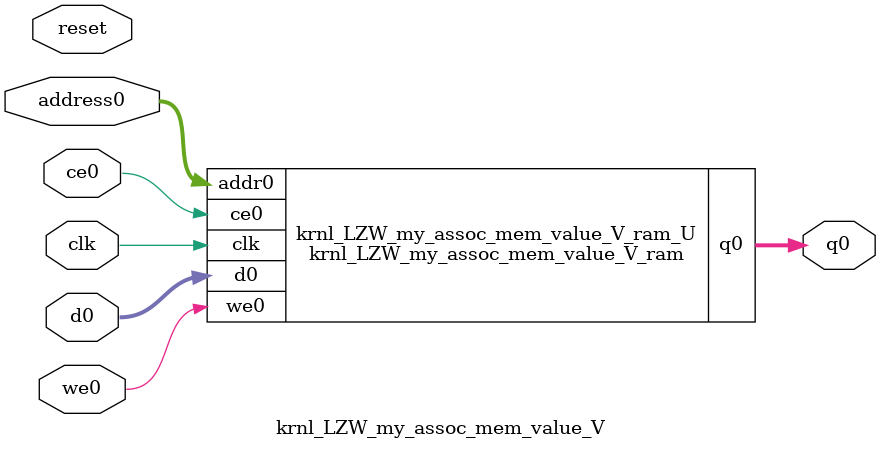
<source format=v>
`timescale 1 ns / 1 ps
module krnl_LZW_my_assoc_mem_value_V_ram (addr0, ce0, d0, we0, q0,  clk);

parameter DWIDTH = 13;
parameter AWIDTH = 7;
parameter MEM_SIZE = 72;

input[AWIDTH-1:0] addr0;
input ce0;
input[DWIDTH-1:0] d0;
input we0;
output reg[DWIDTH-1:0] q0;
input clk;

reg [DWIDTH-1:0] ram[0:MEM_SIZE-1];




always @(posedge clk)  
begin 
    if (ce0) begin
        if (we0) 
            ram[addr0] <= d0; 
        q0 <= ram[addr0];
    end
end


endmodule

`timescale 1 ns / 1 ps
module krnl_LZW_my_assoc_mem_value_V(
    reset,
    clk,
    address0,
    ce0,
    we0,
    d0,
    q0);

parameter DataWidth = 32'd13;
parameter AddressRange = 32'd72;
parameter AddressWidth = 32'd7;
input reset;
input clk;
input[AddressWidth - 1:0] address0;
input ce0;
input we0;
input[DataWidth - 1:0] d0;
output[DataWidth - 1:0] q0;



krnl_LZW_my_assoc_mem_value_V_ram krnl_LZW_my_assoc_mem_value_V_ram_U(
    .clk( clk ),
    .addr0( address0 ),
    .ce0( ce0 ),
    .we0( we0 ),
    .d0( d0 ),
    .q0( q0 ));

endmodule


</source>
